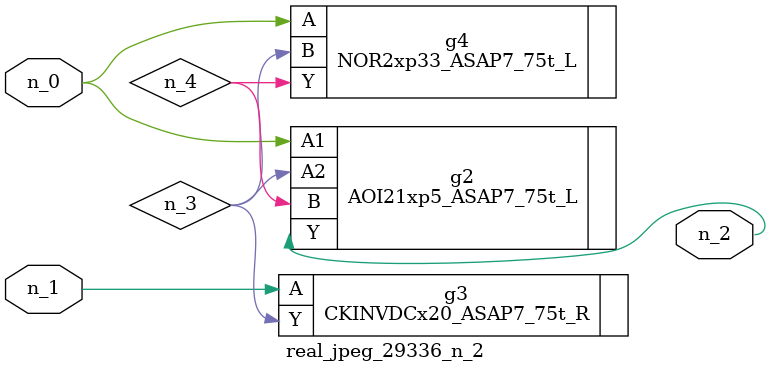
<source format=v>
module real_jpeg_29336_n_2 (n_1, n_0, n_2);

input n_1;
input n_0;

output n_2;

wire n_4;
wire n_3;

AOI21xp5_ASAP7_75t_L g2 ( 
.A1(n_0),
.A2(n_3),
.B(n_4),
.Y(n_2)
);

NOR2xp33_ASAP7_75t_L g4 ( 
.A(n_0),
.B(n_3),
.Y(n_4)
);

CKINVDCx20_ASAP7_75t_R g3 ( 
.A(n_1),
.Y(n_3)
);


endmodule
</source>
